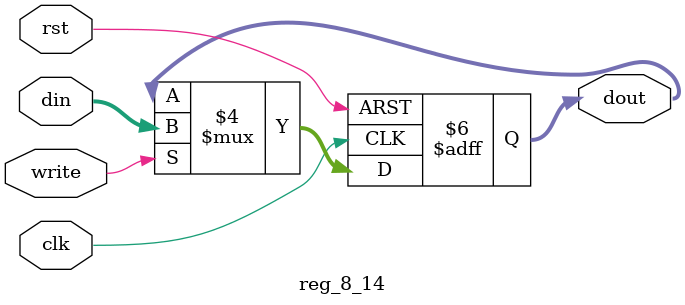
<source format=v>
module reg_8_14(clk,rst,write,din,dout);

output [7:0] dout;
input  clk,rst,write;
input  [7:0] din;

reg [7:0] dout;

always @ (posedge clk or negedge rst)
	begin
		if(!rst)
			dout  <= 8'h07;
		else 
		  if(write)
					 dout<=din;
		  else 
					 dout<=dout;
	end

endmodule
</source>
